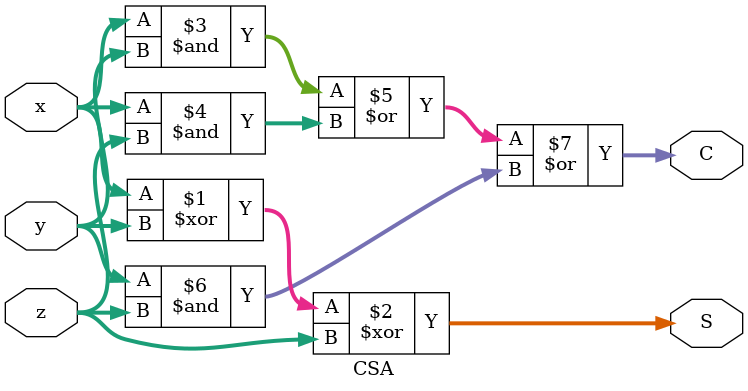
<source format=v>
module CSA #(parameter w = 32)(x, y, z, S, C);
	input signed [w-1:0] x, y, z;
	output signed [w-1:0] S, C;
	assign S = x ^ y ^ z;
	assign C = (x & y) | (x & z) | (y & z);
endmodule
</source>
